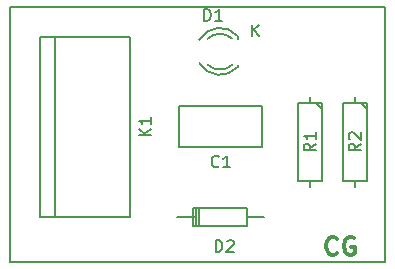
<source format=gbr>
G04 #@! TF.FileFunction,Legend,Top*
%FSLAX46Y46*%
G04 Gerber Fmt 4.6, Leading zero omitted, Abs format (unit mm)*
G04 Created by KiCad (PCBNEW 4.0.2-stable) date 07/05/2016 12:23:03 p. m.*
%MOMM*%
G01*
G04 APERTURE LIST*
%ADD10C,0.100000*%
%ADD11C,0.300000*%
%ADD12C,0.150000*%
G04 APERTURE END LIST*
D10*
D11*
X144494286Y-113565714D02*
X144422857Y-113637143D01*
X144208571Y-113708571D01*
X144065714Y-113708571D01*
X143851429Y-113637143D01*
X143708571Y-113494286D01*
X143637143Y-113351429D01*
X143565714Y-113065714D01*
X143565714Y-112851429D01*
X143637143Y-112565714D01*
X143708571Y-112422857D01*
X143851429Y-112280000D01*
X144065714Y-112208571D01*
X144208571Y-112208571D01*
X144422857Y-112280000D01*
X144494286Y-112351429D01*
X145922857Y-112280000D02*
X145780000Y-112208571D01*
X145565714Y-112208571D01*
X145351429Y-112280000D01*
X145208571Y-112422857D01*
X145137143Y-112565714D01*
X145065714Y-112851429D01*
X145065714Y-113065714D01*
X145137143Y-113351429D01*
X145208571Y-113494286D01*
X145351429Y-113637143D01*
X145565714Y-113708571D01*
X145708571Y-113708571D01*
X145922857Y-113637143D01*
X145994286Y-113565714D01*
X145994286Y-113065714D01*
X145708571Y-113065714D01*
D12*
X116840000Y-111760000D02*
X116840000Y-110490000D01*
X116840000Y-114300000D02*
X116840000Y-111760000D01*
X148590000Y-114300000D02*
X116840000Y-114300000D01*
X148590000Y-92710000D02*
X148590000Y-114300000D01*
X116840000Y-92710000D02*
X148590000Y-92710000D01*
X116840000Y-113030000D02*
X116840000Y-92710000D01*
X138160000Y-104620000D02*
X131160000Y-104620000D01*
X131160000Y-104620000D02*
X131160000Y-101120000D01*
X131160000Y-101120000D02*
X138160000Y-101120000D01*
X138160000Y-101120000D02*
X138160000Y-104620000D01*
X136089000Y-95206000D02*
X136089000Y-95406000D01*
X136089000Y-97800000D02*
X136089000Y-97620000D01*
X132861256Y-97489643D02*
G75*
G03X136089000Y-97806000I1727744J1003643D01*
G01*
X133536994Y-97619068D02*
G75*
G03X135640000Y-97620000I1052006J1133068D01*
G01*
X136076220Y-95179274D02*
G75*
G03X132839000Y-95526000I-1497220J-1306726D01*
G01*
X135602889Y-95406747D02*
G75*
G03X133555000Y-95426000I-1013889J-1079253D01*
G01*
X136906520Y-110487460D02*
X138303520Y-110487460D01*
X132461520Y-110487460D02*
X130937520Y-110487460D01*
X132842520Y-109725460D02*
X132842520Y-111249460D01*
X132588520Y-109725460D02*
X132588520Y-111249460D01*
X132334520Y-110487460D02*
X132334520Y-111249460D01*
X132334520Y-111249460D02*
X136906520Y-111249460D01*
X136906520Y-111249460D02*
X136906520Y-109725460D01*
X136906520Y-109725460D02*
X132334520Y-109725460D01*
X132334520Y-109725460D02*
X132334520Y-110487460D01*
X119380000Y-95250000D02*
X127000000Y-95250000D01*
X119380000Y-110490000D02*
X127000000Y-110490000D01*
X120650000Y-95250000D02*
X120650000Y-110490000D01*
X127000000Y-95250000D02*
X127000000Y-110490000D01*
X119380000Y-95250000D02*
X119380000Y-110490000D01*
X142240000Y-100330000D02*
X142240000Y-100838000D01*
X142240000Y-107950000D02*
X142240000Y-107442000D01*
X142240000Y-107442000D02*
X143256000Y-107442000D01*
X143256000Y-107442000D02*
X143256000Y-100838000D01*
X143256000Y-100838000D02*
X141224000Y-100838000D01*
X141224000Y-100838000D02*
X141224000Y-107442000D01*
X141224000Y-107442000D02*
X142240000Y-107442000D01*
X142748000Y-100838000D02*
X143256000Y-101346000D01*
X146050000Y-100330000D02*
X146050000Y-100838000D01*
X146050000Y-107950000D02*
X146050000Y-107442000D01*
X146050000Y-107442000D02*
X147066000Y-107442000D01*
X147066000Y-107442000D02*
X147066000Y-100838000D01*
X147066000Y-100838000D02*
X145034000Y-100838000D01*
X145034000Y-100838000D02*
X145034000Y-107442000D01*
X145034000Y-107442000D02*
X146050000Y-107442000D01*
X146558000Y-100838000D02*
X147066000Y-101346000D01*
X134493334Y-106227143D02*
X134445715Y-106274762D01*
X134302858Y-106322381D01*
X134207620Y-106322381D01*
X134064762Y-106274762D01*
X133969524Y-106179524D01*
X133921905Y-106084286D01*
X133874286Y-105893810D01*
X133874286Y-105750952D01*
X133921905Y-105560476D01*
X133969524Y-105465238D01*
X134064762Y-105370000D01*
X134207620Y-105322381D01*
X134302858Y-105322381D01*
X134445715Y-105370000D01*
X134493334Y-105417619D01*
X135445715Y-106322381D02*
X134874286Y-106322381D01*
X135160000Y-106322381D02*
X135160000Y-105322381D01*
X135064762Y-105465238D01*
X134969524Y-105560476D01*
X134874286Y-105608095D01*
X133241905Y-93912381D02*
X133241905Y-92912381D01*
X133480000Y-92912381D01*
X133622858Y-92960000D01*
X133718096Y-93055238D01*
X133765715Y-93150476D01*
X133813334Y-93340952D01*
X133813334Y-93483810D01*
X133765715Y-93674286D01*
X133718096Y-93769524D01*
X133622858Y-93864762D01*
X133480000Y-93912381D01*
X133241905Y-93912381D01*
X134765715Y-93912381D02*
X134194286Y-93912381D01*
X134480000Y-93912381D02*
X134480000Y-92912381D01*
X134384762Y-93055238D01*
X134289524Y-93150476D01*
X134194286Y-93198095D01*
X137318095Y-95232381D02*
X137318095Y-94232381D01*
X137889524Y-95232381D02*
X137460952Y-94660952D01*
X137889524Y-94232381D02*
X137318095Y-94803810D01*
X134232425Y-113479841D02*
X134232425Y-112479841D01*
X134470520Y-112479841D01*
X134613378Y-112527460D01*
X134708616Y-112622698D01*
X134756235Y-112717936D01*
X134803854Y-112908412D01*
X134803854Y-113051270D01*
X134756235Y-113241746D01*
X134708616Y-113336984D01*
X134613378Y-113432222D01*
X134470520Y-113479841D01*
X134232425Y-113479841D01*
X135184806Y-112575079D02*
X135232425Y-112527460D01*
X135327663Y-112479841D01*
X135565759Y-112479841D01*
X135660997Y-112527460D01*
X135708616Y-112575079D01*
X135756235Y-112670317D01*
X135756235Y-112765555D01*
X135708616Y-112908412D01*
X135137187Y-113479841D01*
X135756235Y-113479841D01*
X128722381Y-103608095D02*
X127722381Y-103608095D01*
X128722381Y-103036666D02*
X128150952Y-103465238D01*
X127722381Y-103036666D02*
X128293810Y-103608095D01*
X128722381Y-102084285D02*
X128722381Y-102655714D01*
X128722381Y-102370000D02*
X127722381Y-102370000D01*
X127865238Y-102465238D01*
X127960476Y-102560476D01*
X128008095Y-102655714D01*
X142692381Y-104306666D02*
X142216190Y-104640000D01*
X142692381Y-104878095D02*
X141692381Y-104878095D01*
X141692381Y-104497142D01*
X141740000Y-104401904D01*
X141787619Y-104354285D01*
X141882857Y-104306666D01*
X142025714Y-104306666D01*
X142120952Y-104354285D01*
X142168571Y-104401904D01*
X142216190Y-104497142D01*
X142216190Y-104878095D01*
X142692381Y-103354285D02*
X142692381Y-103925714D01*
X142692381Y-103640000D02*
X141692381Y-103640000D01*
X141835238Y-103735238D01*
X141930476Y-103830476D01*
X141978095Y-103925714D01*
X146502381Y-104306666D02*
X146026190Y-104640000D01*
X146502381Y-104878095D02*
X145502381Y-104878095D01*
X145502381Y-104497142D01*
X145550000Y-104401904D01*
X145597619Y-104354285D01*
X145692857Y-104306666D01*
X145835714Y-104306666D01*
X145930952Y-104354285D01*
X145978571Y-104401904D01*
X146026190Y-104497142D01*
X146026190Y-104878095D01*
X145597619Y-103925714D02*
X145550000Y-103878095D01*
X145502381Y-103782857D01*
X145502381Y-103544761D01*
X145550000Y-103449523D01*
X145597619Y-103401904D01*
X145692857Y-103354285D01*
X145788095Y-103354285D01*
X145930952Y-103401904D01*
X146502381Y-103973333D01*
X146502381Y-103354285D01*
M02*

</source>
